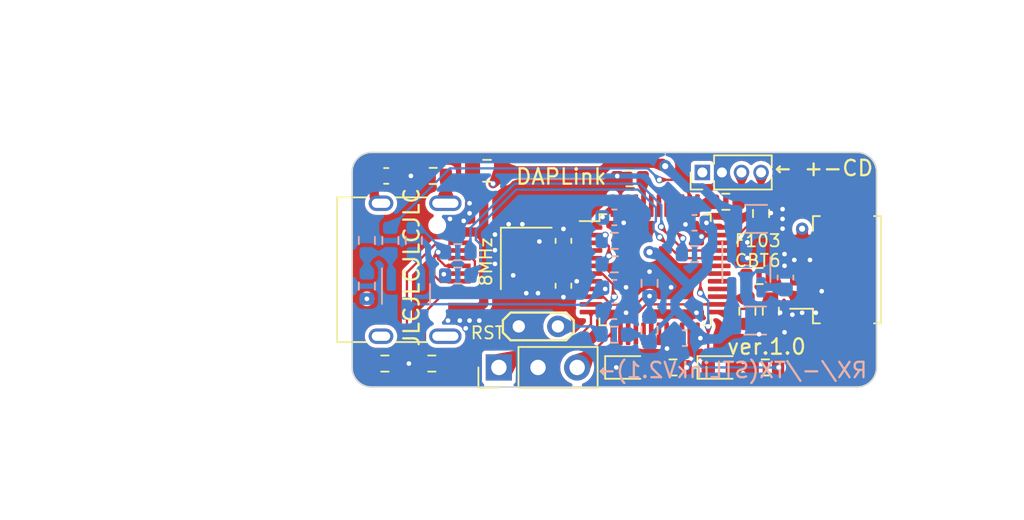
<source format=kicad_pcb>
(kicad_pcb (version 20221018) (generator pcbnew)
  (layers (0 "F.Cu" signal) (1 "In1.Cu" power) (2 "In2.Cu" power) (31 "B.Cu" signal) (34 "B.Paste" user) (35 "F.Paste" user) (36 "B.SilkS" user "B.Silkscreen") (37 "F.SilkS" user "F.Silkscreen") (38 "B.Mask" user) (39 "F.Mask" user) (44 "Edge.Cuts" user))
  (net 0 "")
  (net 1 "+5V")
  (net 2 "GND")
  (net 3 "+3V3")
  (net 4 "Net-(U2-BP)")
  (net 5 "Net-(U1-PD1)")
  (net 6 "Net-(U1-PD0)")
  (net 7 "Net-(U1-NRST)")
  (net 8 "Net-(J2-SHIELD)")
  (net 9 "Net-(D1-A)")
  (net 10 "/LED_STLINK")
  (net 11 "Net-(D2-A)")
  (net 12 "/T_TXD")
  (net 13 "/T_RXD")
  (net 14 "Net-(F1-Pad1)")
  (net 15 "/ST_SWCLK")
  (net 16 "/ST_SWDIO")
  (net 17 "Net-(J2-CC1)")
  (net 18 "Net-(J2-D+-PadA6)")
  (net 19 "Net-(J2-D--PadA7)")
  (net 21 "Net-(J2-CC2)")
  (net 23 "Net-(J4-Pin_1)")
  (net 24 "Net-(J4-Pin_2)")
  (net 25 "Net-(Q1-B)")
  (net 26 "Net-(Q1-E)")
  (net 27 "Net-(U1-PC13)")
  (net 28 "Net-(U1-PC14)")
  (net 29 "/AIN")
  (net 30 "Net-(U1-BOOT0)")
  (net 31 "Net-(U1-PB3)")
  (net 32 "/T_SWDIO_IN")
  (net 33 "/T_JTMS_SWDIO")
  (net 34 "/STL_USB_DM")
  (net 35 "/STL_USB_DP")
  (net 36 "/USB RENUMn")
  (net 37 "Net-(U1-PA13)")
  (net 38 "Net-(U1-PA14)")
  (net 39 "/T_JTCK_SWCLK")
  (net 45 "/T_NRST ")
  (footprint "Resistor_SMD:R_0603_1608Metric" (layer "F.Cu") (at 162.433 82.9595)
    (fp_text reference "R6" hide)
    (fp_text value "10K")
  )
  (footprint "Connector_PinHeader_1.27mm:PinHeader_1x04_P1.27mm_Vertical" (layer "F.Cu") (at 167.132 82.5785 90)
    (fp_text reference "J1" hide)
    (fp_text value "Pin_SWD_FIRMWARE")
  )
  (footprint "Capacitor_SMD:C_0603_1608Metric" (layer "F.Cu") (at 158.115 89.9445 -90)
    (fp_text reference "C4" hide)
    (fp_text value "12pF")
  )
  (footprint "Resistor_SMD:R_0603_1608Metric" (layer "F.Cu") (at 170.815 89.3095)
    (fp_text reference "R25" hide)
    (fp_text value "33R")
  )
  (footprint "Fuse:Fuse_0805_2012Metric" (layer "F.Cu") (at 153.153 82.4725)
    (fp_text reference "F1" hide)
    (fp_text value "Fuse 500mA")
  )
  (footprint "Resistor_SMD:R_0603_1608Metric" (layer "F.Cu") (at 149.658 82.804 180)
    (fp_text reference "R13" hide)
    (fp_text value "100K")
  )
  (footprint "LED_SMD:LED_0603_1608Metric" (layer "F.Cu") (at 162.306 95.25)
    (fp_text reference "D1" hide)
    (fp_text value "LED")
  )
  (footprint "Resistor_SMD:R_0603_1608Metric" (layer "F.Cu") (at 171.577 91.5955 -90)
    (fp_text reference "R24" hide)
    (fp_text value "33R")
  )
  (footprint "Connector_Molex:Molex_PicoBlade_53261-0471_1x04-1MP_P1.25mm_Horizontal" (layer "F.Cu") (at 176.022 88.9 90)
    (fp_text reference "J4" hide)
    (fp_text value "Conn_SWD")
  )
  (footprint "LED_SMD:LED_0603_1608Metric" (layer "F.Cu") (at 168.3005 95.25)
    (fp_text reference "D2" hide)
    (fp_text value "LED")
  )
  (footprint "Connector_PinHeader_2.54mm:PinHeader_1x03_P2.54mm_Vertical" (layer "F.Cu") (at 153.924 95.25 90)
    (fp_text reference "J5" hide)
    (fp_text value "Conn_UART")
  )
  (footprint "Resistor_SMD:R_0603_1608Metric" (layer "F.Cu") (at 165.227 95.25)
    (fp_text reference "R18" hide)
    (fp_text value "1K")
  )
  (footprint "Crystal:Crystal_SMD_3225-4Pin_3.2x2.5mm" (layer "F.Cu") (at 155.702 88.1665 -90)
    (fp_text reference "Y1" hide)
    (fp_text value "Crystal_GND24")
  )
  (footprint "Capacitor_SMD:C_0603_1608Metric" (layer "F.Cu") (at 158.115 87.0235 90)
    (fp_text reference "C5" hide)
    (fp_text value "12pF")
  )
  (footprint "TestPoint:TestPoint_2Pads_Pitch2.54mm_Drill0.8mm" (layer "F.Cu") (at 155.214 92.583)
    (fp_text reference "TP1" hide)
    (fp_text value "TestPoint_2Pole")
  )
  (footprint "Resistor_SMD:R_0603_1608Metric" (layer "F.Cu") (at 170.053 91.5955 90)
    (fp_text reference "R8" hide)
    (fp_text value "100R")
  )
  (footprint "Resistor_SMD:R_0603_1608Metric" (layer "F.Cu") (at 168.656 84.4835)
    (fp_text reference "R23" hide)
    (fp_text value "33R")
  )
  (footprint "Connector_USB:USB_C_Receptacle_HRO_TYPE-C-31-M-12" (layer "F.Cu") (at 147.32 88.9 -90)
    (fp_text reference "J2" hide)
    (fp_text value "USB_C_Receptacle_USB2.0")
  )
  (footprint "Package_QFP:LQFP-48_7x7mm_P0.5mm" (layer "F.Cu") (at 164.064 88.9)
    (fp_text reference "U1" hide)
    (fp_text value "STM32F103CBTx")
  )
  (footprint "Resistor_SMD:R_0603_1608Metric" (layer "F.Cu") (at 171.2215 95.25)
    (fp_text reference "R19" hide)
    (fp_text value "1K")
  )
  (footprint "Resistor_SMD:R_0603_1608Metric" (layer "F.Cu") (at 146.522 94.996)
    (fp_text reference "R9" hide)
    (fp_text value "5.1K")
  )
  (footprint "Resistor_SMD:R_0603_1608Metric" (layer "F.Cu") (at 170.942 85.2455 90)
    (fp_text reference "R22" hide)
    (fp_text value "33R")
  )
  (footprint "Resistor_SMD:R_0603_1608Metric" (layer "F.Cu") (at 149.57 94.996 180)
    (fp_text reference "R10" hide)
    (fp_text value "5.1K")
  )
  (footprint "Capacitor_SMD:C_0603_1608Metric" (layer "F.Cu") (at 146.61 82.804)
    (fp_text reference "C11" hide)
    (fp_text value "10nF")
  )
  (footprint "Resistor_SMD:R_0603_1608Metric" (layer "B.Cu") (at 145.354 89.9645 90)
    (fp_text reference "R15" hide)
    (fp_text value "10K")
  )
  (footprint "Capacitor_SMD:C_0603_1608Metric" (layer "B.Cu") (at 166.624 85.852 180)
    (fp_text reference "C8" hide)
    (fp_text value "100nF")
  )
  (footprint "Resistor_SMD:R_0603_1608Metric" (layer "B.Cu") (at 163.7045 89.78825 90)
    (fp_text reference "R5" hide)
    (fp_text value "4.7K")
  )
  (footprint "Capacitor_SMD:C_1206_3216Metric" (layer "B.Cu") (at 170.561 92.202)
    (fp_text reference "C2" hide)
    (fp_text value "2.2uF")
  )
  (footprint "Capacitor_SMD:C_0603_1608Metric" (layer "B.Cu") (at 172.527 89.408 90)
    (fp_text reference "C3" hide)
    (fp_text value "10nF")
  )
  (footprint "Resistor_SMD:R_0603_1608Metric" (layer "B.Cu") (at 148.402 87 -90)
    (fp_text reference "R14" hide)
    (fp_text value "1.5K")
  )
  (footprint "Capacitor_SMD:C_0603_1608Metric" (layer "B.Cu") (at 161.417 90.0715)
    (fp_text reference "C10" hide)
    (fp_text value "100nF")
  )
  (footprint "Package_TO_SOT_SMD:SOT-23-5" (layer "B.Cu") (at 169.987 88.9 -90)
    (fp_text reference "U2" hide)
    (fp_text value "RS3236-3.3")
  )
  (footprint "Capacitor_SMD:C_0603_1608Metric" (layer "B.Cu") (at 161.417 91.5955)
    (fp_text reference "C6" hide)
    (fp_text value "100nF")
  )
  (footprint "Resistor_SMD:R_0603_1608Metric" (layer "B.Cu") (at 161.417 87.0235)
    (fp_text reference "R1" hide)
    (fp_text value "10K")
  )
  (footprint "Resistor_SMD:R_0603_1608Metric" (layer "B.Cu") (at 161.417 93.1195 180)
    (fp_text reference "R3" hide)
    (fp_text value "100K")
  )
  (footprint "Capacitor_SMD:C_0603_1608Metric" (layer "B.Cu") (at 165.989 93.345 180)
    (fp_text reference "C9" hide)
    (fp_text value "100nF")
  )
  (footprint "Resistor_SMD:R_0603_1608Metric" (layer "B.Cu") (at 166.624 87.884 180)
    (fp_text reference "R7" hide)
    (fp_text value "4.7K")
  )
  (footprint "Resistor_SMD:R_0603_1608Metric" (layer "B.Cu") (at 161.417 88.5475)
    (fp_text reference "R2" hide)
    (fp_text value "10K")
  )
  (footprint "Capacitor_SMD:C_1206_3216Metric" (layer "B.Cu") (at 170.622 85.598)
    (fp_text reference "C1" hide)
    (fp_text value "2.2uF")
  )
  (footprint "Capacitor_SMD:C_0603_1608Metric" (layer "B.Cu") (at 161.417 85.4995)
    (fp_text reference "C7" hide)
    (fp_text value "100nF")
  )
  (footprint "Resistor_SMD:R_0603_1608Metric" (layer "B.Cu") (at 145.354 87 90)
    (fp_text reference "R16" hide)
    (fp_text value "36K")
  )
  (footprint "Resistor_SMD:R_0603_1608Metric" (layer "B.Cu") (at 163.703 92.83625 90)
    (fp_text reference "R4" hide)
    (fp_text value "4.7K")
  )
  (footprint "Resistor_SMD:R_0603_1608Metric" (layer "B.Cu") (at 151.257 87.757)
    (fp_text reference "R12" hide)
    (fp_text value "10R")
  )
  (footprint "Package_TO_SOT_SMD:SOT-23" (layer "B.Cu") (at 147.894 90.4725 -90)
    (fp_text reference "Q1" hide)
    (fp_text value "S8050-SOT23")
  )
  (footprint "Resistor_SMD:R_0603_1608Metric" (layer "B.Cu") (at 146.878 87 90)
    (fp_text reference "R17" hide)
    (fp_text value "100R")
  )
  (footprint "Resistor_SMD:R_0603_1608Metric" (layer "B.Cu") (at 151.257 89.281)
    (fp_text reference "R11" hide)
    (fp_text value "10R")
  )
  (gr_line (start 144.399 95.25) (end 144.399 82.55) (stroke (width 0.1)) (layer "Edge.Cuts"))
  (gr_arc (start 178.435 95.25) (mid 178.063026 96.148026) (end 177.165 96.52) (stroke (width 0.1)) (layer "Edge.Cuts"))
  (gr_arc (start 177.165 81.28) (mid 178.063026 81.651974) (end 178.435 82.55) (stroke (width 0.1)) (layer "Edge.Cuts"))
  (gr_line (start 177.165 96.52) (end 145.669 96.52) (stroke (width 0.1)) (layer "Edge.Cuts"))
  (gr_arc (start 144.399 82.55) (mid 144.770974 81.651974) (end 145.669 81.28) (stroke (width 0.1)) (layer "Edge.Cuts"))
  (gr_line (start 145.669 81.28) (end 177.165 81.28) (stroke (width 0.1)) (layer "Edge.Cuts"))
  (gr_arc (start 145.669 96.52) (mid 144.770974 96.148026) (end 144.399 95.25) (stroke (width 0.1)) (layer "Edge.Cuts"))
  (gr_line (start 178.435 82.55) (end 178.435 95.25) (stroke (width 0.1)) (layer "Edge.Cuts"))
  (gr_text "RX/-/TX(STLinkV2.1)→" (at 177.927 96.012) (layer "B.SilkS") (effects (font (size 1 1)) (justify left bottom mirror)))
  (gr_text "F103\nCBT6" (at 169.164 88.773) (layer "F.SilkS") (effects (font (size 0.8 0.8) (thickness 0.12)) (justify left bottom)))
  (gr_text "RST" (at 152.019 93.472) (layer "F.SilkS") (effects (font (size 0.8 0.8) (thickness 0.12)) (justify left bottom)))
  (gr_text "8MHz" (at 153.543 90.043 90) (layer "F.SilkS") (effects (font (size 0.8 0.8) (thickness 0.12)) (justify left bottom)))
  (gr_text "DAPLink" (at 154.94 83.439) (layer "F.SilkS") (effects (font (size 1 1)) (justify left bottom)))
  (gr_text "← +-CD" (at 171.637 82.88603) (layer "F.SilkS") (effects (font (size 1 1)) (justify left bottom)))
  (gr_text "JLCJLCJLCJLC" (at 148.844 93.98 90) (layer "F.SilkS") (effects (font (size 1 1)) (justify left bottom)))
  (gr_text "ver.1.0" (at 168.656 94.488) (layer "F.SilkS") (effects (font (size 1 1)) (justify left bottom)))
  (segment (start 161.118051 81.9845) (end 160.630051 82.4725) (width 0.6) (layer "F.Cu") (net 1))
  (segment (start 154.0905 82.4725) (end 154.0905 82.7645) (width 0.6) (layer "F.Cu") (net 1))
  (segment (start 160.630051 82.4725) (end 154.0905 82.4725) (width 0.6) (layer "F.Cu") (net 1))
  (segment (start 164.719 82.169) (end 164.5345 81.9845) (width 0.6) (layer "F.Cu") (net 1))
  (segment (start 154.0905 82.7645) (end 153.543 83.312) (width 0.6) (layer "F.Cu") (net 1))
  (segment (start 164.5345 81.9845) (end 161.118051 81.9845) (width 0.6) (layer "F.Cu") (net 1))
  (via (at 153.543 83.312) (size 0.45) (drill 0.3) (layers "F.Cu" "B.Cu") (net 1))
  (via (at 164.719 82.169) (size 0.8) (drill 0.4) (layers "F.Cu" "B.Cu") (net 1))
  (via (at 145.354 90.7895) (size 0.45) (drill 0.3) (layers "F.Cu" "B.Cu") (net 1))
  (segment (start 169.037 85.708) (end 169.147 85.598) (width 0.6) (layer "B.Cu") (net 1))
  (segment (start 170.313041 88.7) (end 169.345 88.7) (width 0.15) (layer "B.Cu") (net 1))
  (segment (start 166.1285 83.5785) (end 164.719 82.169) (width 0.6) (layer "B.Cu") (net 1))
  (segment (start 167.1275 83.5785) (end 166.1285 83.5785) (width 0.6) (layer "B.Cu") (net 1))
  (segment (start 169.037 87.7625) (end 169.037 85.708) (width 0.6) (layer "B.Cu") (net 1))
  (segment (start 169.037 88.392) (end 169.037 87.7625) (width 0.15) (layer "B.Cu") (net 1))
  (segment (start 169.345 88.7) (end 169.037 88.392) (width 0.15) (layer "B.Cu") (net 1))
  (segment (start 170.937 88.076041) (end 170.313041 88.7) (width 0.15) (layer "B.Cu") (net 1))
  (segment (start 169.147 85.598) (end 167.1275 83.5785) (width 0.6) (layer "B.Cu") (net 1))
  (segment (start 170.937 87.7625) (end 170.937 88.076041) (width 0.15) (layer "B.Cu") (net 1))
  (segment (start 148.082 94.996) (end 148.745 94.996) (width 0.15) (layer "F.Cu") (net 2))
  (segment (start 167.07361 86.743696) (end 167.167306 86.65) (width 0.3) (layer "F.Cu") (net 2))
  (segment (start 147.385 82.804) (end 148.209 82.804) (width 0.15) (layer "F.Cu") (net 2))
  (segment (start 159.9015 89.65) (end 158.976559 89.65) (width 0.3) (layer "F.Cu") (net 2))
  (segment (start 167.167306 86.65) (end 168.2265 86.65) (width 0.3) (layer "F.Cu") (net 2))
  (segment (start 162.025659 85.851648) (end 161.814 85.639989) (width 0.3) (layer "F.Cu") (net 2))
  (segment (start 147.347 94.996) (end 148.082 94.996) (width 0.15) (layer "F.Cu") (net 2))
  (segment (start 152.019 84.582) (end 152.019 85.269) (width 0.6) (layer "F.Cu") (net 2))
  (segment (start 161.814 85.639989) (end 161.814 84.7375) (width 0.3) (layer "F.Cu") (net 2))
  (segment (start 148.209 82.804) (end 148.833 82.804) (width 0.15) (layer "F.Cu") (net 2))
  (segment (start 152.019 85.269) (end 151.638 85.65) (width 0.6) (layer "F.Cu") (net 2))
  (via (at 148.082 94.996) (size 0.45) (drill 0.3) (layers "F.Cu" "B.Cu") (net 2))
  (via (at 163.703 89.027) (size 0.45) (drill 0.3) (layers "F.Cu" "B.Cu") (net 2))
  (via (at 161.544 95.25) (size 0.45) (drill 0.3) (layers "F.Cu" "B.Cu") (net 2))
  (via (at 156.464 90.424) (size 0.45) (drill 0.3) (layers "F.Cu" "B.Cu") (net 2))
  (via (at 172.466 88.646) (size 0.45) (drill 0.3) (layers "F.Cu" "B.Cu") (net 2))
  (via (at 172.339 84.963) (size 0.45) (drill 0.3) (layers "F.Cu" "B.Cu") (net 2))
  (via (at 170.053 88.138) (size 0.45) (drill 0.3) (layers "F.Cu" "B.Cu") (net 2))
  (via (at 166.751 91.694) (size 0.45) (drill 0.3) (layers "F.Cu" "B.Cu") (net 2))
  (via (at 162.179 90.043) (size 0.45) (drill 0.3) (layers "F.Cu" "B.Cu") (net 2))
  (via (at 172.339 85.598) (size 0.45) (drill 0.3) (layers "F.Cu" "B.Cu") (net 2))
  (via (at 158.115 86.2485) (size 0.45) (drill 0.3) (layers "F.Cu" "B.Cu") (net 2))
  (via (at 152.019 92.202) (size 0.45) (drill 0.3) (layers "F.Cu" "B.Cu") (net 2))
  (via (at 148.209 82.804) (size 0.45) (drill 0.3) (layers "F.Cu" "B.Cu") (net 2))
  (via (at 150.749 85.598) (size 0.45) (drill 0.3) (layers "F.Cu" "B.Cu") (net 2))
  (via (at 165.1 90.043) (size 0.45) (drill 0.3) (layers "F.Cu" "B.Cu") (net 2))
  (via (at 173.101 88.265) (size 0.45) (drill 0.3) (layers "F.Cu" "B.Cu") (net 2))
  (via (at 150.622 92.202) (size 0.45) (drill 0.3) (layers "F.Cu" "B.Cu") (net 2))
  (via (at 162.025659 85.851648) (size 0.45) (drill 0.3) (layers "F.Cu" "B.Cu") (net 2))
  (via (at 167.07361 86.743696) (size 0.45) (drill 0.3) (layers "F.Cu" "B.Cu") (net 2))
  (via (at 172.339 86.233) (size 0.45) (drill 0.3) (layers "F.Cu" "B.Cu") (net 2))
  (via (at 151.638 85.725) (size 0.45) (drill 0.3) (layers "F.Cu" "B.Cu") (net 2))
  (via (at 152.019 84.582) (size 0.45) (drill 0.3) (layers "F.Cu" "B.Cu") (net 2))
  (via (at 158.976559 89.65) (size 0.45) (drill 0.3) (layers "F.Cu" "B.Cu") (net 2))
  (via (at 174.498 91.694) (size 0.45) (drill 0.3) (layers "F.Cu" "B.Cu") (net 2))
  (via (at 172.178903 91.688395) (size 0.45) (drill 0.3) (layers "F.Cu" "B.Cu") (net 2))
  (via (at 154.852 89.2665) (size 0.45) (drill 0.3) (layers "F.Cu" "B.Cu") (net 2))
  (via (at 172.974 91.821) (size 0.45) (drill 0.3) (layers "F.Cu" "B.Cu") (net 2))
  (via (at 153.67 88.519) (size 0.45) (drill 0.3) (layers "F.Cu" "B.Cu") (net 2))
  (via (at 170.815 93.091) (size 0.45) (drill 0.3) (layers "F.Cu" "B.Cu") (net 2))
  (via (at 173.609 91.694) (size 0.45) (drill 0.3) (layers "F.Cu" "B.Cu") (net 2))
  (via (at 155.448 85.941998) (size 0.45) (drill 0.3) (layers "F.Cu" "B.Cu") (net 2))
  (via (at 161.608 82.8125) (size 0.45) (drill 0.3) (layers "F.Cu" "B.Cu") (net 2))
  (via (at 156.552 87.0665) (size 0.45) (drill 0.3) (layers "F.Cu" "B.Cu") (net 2))
  (via (at 158.115 90.678) (size 0.45) (drill 0.3) (layers "F.Cu" "B.Cu") (net 2))
  (via (at 153.67 87.63) (size 0.45) (drill 0.3) (layers "F.Cu" "B.Cu") (net 2))
  (via (at 151.769231 92.707179) (size 0.45) (drill 0.3) (layers "F.Cu" "B.Cu") (net 2))
  (via (at 174.117 88.265) (size 0.45) (drill 0.3) (layers "F.Cu" "B.Cu") (net 2))
  (via (at 170.053 87.122) (size 0.45) (drill 0.3) (layers "F.Cu" "B.Cu") (net 2))
  (via (at 171.577 85.217) (size 0.45) (drill 0.3) (layers "F.Cu" "B.Cu") (net 2))
  (via (at 162.179 91.694) (size 0.45) (drill 0.3) (layers "F.Cu" "B.Cu") (net 2))
  (via (at 154.559 85.941998) (size 0.45) (drill 0.3) (layers "F.Cu" "B.Cu") (net 2))
  (via (at 172.466 87.884) (size 0.45) (drill 0.3) (layers "F.Cu" "B.Cu") (net 2))
  (via (at 151.384 92.202) (size 0.45) (drill 0.3) (layers "F.Cu" "B.Cu") (net 2))
  (via (at 152.654 92.202) (size 0.45) (drill 0.3) (layers "F.Cu" "B.Cu") (net 2))
  (via (at 164.836351 94.020592) (size 0.45) (drill 0.3) (layers "F.Cu" "B.Cu") (net 2))
  (via (at 155.702 90.424) (size 0.45) (drill 0.3) (layers "F.Cu" "B.Cu") (net 2))
  (via (at 172.466 92.964) (size 0.45) (drill 0.3) (layers "F.Cu" "B.Cu") (net 2))
  (via (at 153.67 86.614) (size 0.45) (drill 0.3) (layers "F.Cu" "B.Cu") (net 2))
  (via (at 152.019 85.231503) (size 0.45) (drill 0.3) (layers "F.Cu" "B.Cu") (net 2))
  (via (at 174.879 90.297) (size 0.45) (drill 0.3) (layers "F.Cu" "B.Cu") (net 2))
  (via (at 166.035688 85.954687) (size 0.45) (drill 0.3) (layers "F.Cu" "B.Cu") (net 2))
  (segment (start 166.116 85.852) (end 165.849 85.852) (width 0.15) (layer "B.Cu") (net 2))
  (segment (start 167.647 86.1) (end 168.275 86.1) (width 0.4) (layer "F.Cu") (net 3))
  (segment (start 167.399 85.852) (end 167.647 86.1) (width 0.4) (layer "F.Cu") (net 3))
  (segment (start 160.655 85.471) (end 161.264 84.862) (width 0.4) (layer "F.Cu") (net 3))
  (segment (start 173.622 86.246) (end 173.609 86.233) (width 0.6) (layer "F.Cu") (net 3))
  (segment (start 160.655 85.471) (end 160.026 86.1) (width 0.4) (layer "F.Cu") (net 3))
  (segment (start 173.622 87.025) (end 173.622 86.246) (width 0.6) (layer "F.Cu") (net 3))
  (via (at 160.826441 90.15) (size 0.45) (drill 0.3) (layers "F.Cu" "B.Cu") (net 3))
  (via (at 172.085 95.25) (size 0.45) (drill 0.3) (layers "F.Cu" "B.Cu") (net 3))
  (via (at 167.399 85.852) (size 0.45) (drill 0.3) (layers "F.Cu" "B.Cu") (net 3))
  (via (at 166.116 95.25) (size 0.45) (drill 0.3) (layers "F.Cu" "B.Cu") (net 3))
  (via (at 173.609 86.233) (size 0.8) (drill 0.4) (layers "F.Cu" "B.Cu") (net 3))
  (via (at 163.703 87.757) (size 0.8) (drill 0.4) (layers "F.Cu" "B.Cu") (net 3))
  (via (at 167.005 93.345) (size 0.45) (drill 0.3) (layers "F.Cu" "B.Cu") (net 3))
  (via (at 160.655 85.471) (size 0.45) (drill 0.3) (layers "F.Cu" "B.Cu") (net 3))
  (segment (start 169.086 92.534) (end 168.2205 93.3995) (width 0.6) (layer "B.Cu") (net 3))
  (segment (start 163.16125 93.1195) (end 163.703 93.66125) (width 0.3) (layer "B.Cu") (net 3))
  (segment (start 166.624 94.742) (end 167.132 95.25) (width 0.15) (layer "B.Cu") (net 3))
  (segment (start 164.084 87.757) (end 166.243 89.916) (width 0.6) (layer "B.Cu") (net 3))
  (segment (start 169.086 92.202) (end 169.086 92.534) (width 0.6) (layer "B.Cu") (net 3))
  (segment (start 166.624 93.3995) (end 166.624 94.742) (width 0.15) (layer "B.Cu") (net 3))
  (segment (start 169.037 90.0375) (end 169.037 92.153) (width 0.6) (layer "B.Cu") (net 3))
  (segment (start 167.132 95.25) (end 172.085 95.25) (width 0.15) (layer "B.Cu") (net 3))
  (segment (start 157.853 91.178) (end 159.5355 91.178) (width 0.15) (layer "B.Cu") (net 3))
  (segment (start 168.2205 93.3995) (end 167.767 93.3995) (width 0.6) (layer "B.Cu") (net 3))
  (segment (start 167.79861 86.25161) (end 167.399 85.852) (width 0.6) (layer "B.Cu") (net 3))
  (segment (start 166.624 94.742) (end 166.116 95.25) (width 0.15) (layer "B.Cu") (net 3))
  (segment (start 163.703 93.264067) (end 165.354 91.613067) (width 0.3) (layer "B.Cu") (net 3))
  (segment (start 169.037 92.153) (end 169.086 92.202) (width 0.6) (layer "B.Cu") (net 3))
  (segment (start 166.9505 93.3995) (end 166.624 93.3995) (width 0.6) (layer "B.Cu") (net 3))
  (segment (start 148.164 91.14) (end 157.815 91.14) (width 0.15) (layer "B.Cu") (net 3))
  (segment (start 165.354 91.449305) (end 165.354 90.932) (width 0.6) (layer "B.Cu") (net 3))
  (segment (start 167.79861 87.53439) (end 167.79861 86.25161) (width 0.6) (layer "B.Cu") (net 3))
  (segment (start 163.703 93.66125) (end 163.703 93.264067) (width 0.3) (layer "B.Cu") (net 3))
  (segment (start 147.894 91.41) (end 148.164 91.14) (width 0.15) (layer "B.Cu") (net 3))
  (segment (start 166.243 90.043) (end 167.449 88.837) (width 0.6) (layer "B.Cu") (net 3))
  (segment (start 165.354 91.613067) (end 165.354 90.932) (width 0.3) (layer "B.Cu") (net 3))
  (segment (start 157.815 91.14) (end 157.853 91.178) (width 0.15) (layer "B.Cu") (net 3))
  (segment (start 162.242 93.1195) (end 163.16125 93.1195) (width 0.3) (layer "B.Cu") (net 3))
  (segment (start 167.005 93.345) (end 166.9505 93.3995) (width 0.6) (layer "B.Cu") (net 3))
  (segment (start 167.304195 93.3995) (end 165.354 91.449305) (width 0.6) (layer "B.Cu") (net 3))
  (segment (start 166.243 89.916) (end 166.243 90.043) (width 0.6) (layer "B.Cu") (net 3))
  (segment (start 167.0595 93.3995) (end 167.005 93.345) (width 0.6) (layer "B.Cu") (net 3))
  (segment (start 167.767 93.3995) (end 167.0595 93.3995) (width 0.6) (layer "B.Cu") (net 3))
  (segment (start 167.767 93.3995) (end 167.304195 93.3995) (width 0.6) (layer "B.Cu") (net 3))
  (segment (start 163.703 87.757) (end 164.084 87.757) (width 0.6) (layer "B.Cu") (net 3))
  (segment (start 167.449 87.884) (end 167.79861 87.53439) (width 0.6) (layer "B.Cu") (net 3))
  (segment (start 167.449 88.837) (end 167.449 87.884) (width 0.6) (layer "B.Cu") (net 3))
  (segment (start 159.5355 91.178) (end 160.642 90.0715) (width 0.15) (layer "B.Cu") (net 3))
  (segment (start 165.354 90.932) (end 166.243 90.043) (width 0.6) (layer "B.Cu") (net 3))
  (segment (start 170.937 90.0375) (end 172.3815 90.0375) (width 0.5) (layer "B.Cu") (net 4))
  (segment (start 172.3815 90.0375) (end 172.527 90.183) (width 0.5) (layer "B.Cu") (net 4))
  (segment (start 157.5915 88.646) (end 158.115 89.1695) (width 0.15) (layer "F.Cu") (net 5))
  (segment (start 156.552 89.2665) (end 157.1725 88.646) (width 0.15) (layer "F.Cu") (net 5))
  (segment (start 158.6345 88.65) (end 159.9015 88.65) (width 0.15) (layer "F.Cu") (net 5))
  (segment (start 158.115 89.1695) (end 158.6345 88.65) (width 0.15) (layer "F.Cu") (net 5))
  (segment (start 157.1725 88.646) (end 157.5915 88.646) (width 0.15) (layer "F.Cu") (net 5))
  (segment (start 158.115 87.7985) (end 158.6165 88.3) (width 0.15) (layer "F.Cu") (net 6))
  (segment (start 158.6165 88.3) (end 159.019025 88.3) (width 0.15) (layer "F.Cu") (net 6))
  (segment (start 154.852 87.0665) (end 156.077 88.2915) (width 0.15) (layer "F.Cu") (net 6))
  (segment (start 156.077 88.2915) (end 157.622 88.2915) (width 0.15) (layer "F.Cu") (net 6))
  (segment (start 159.019025 88.3) (end 159.169025 88.15) (width 0.15) (layer "F.Cu") (net 6))
  (segment (start 159.169025 88.15) (end 159.9015 88.15) (width 0.15) (layer "F.Cu") (net 6))
  (segment (start 157.622 88.2915) (end 158.115 87.7985) (width 0.15) (layer "F.Cu") (net 6))
  (segment (start 161.326441 90.576413) (end 161.326441 89.842466) (width 0.15) (layer "F.Cu") (net 7))
  (segment (start 160.633975 89.15) (end 159.9015 89.15) (width 0.15) (layer "F.Cu") (net 7))
  (segment (start 161.326441 89.842466) (end 160.633975 89.15) (width 0.15) (layer "F.Cu") (net 7))
  (segment (start 161.417 90.666972) (end 161.326441 90.576413) (width 0.15) (layer "F.Cu") (net 7))
  (via (at 161.417 90.666972) (size 0.45) (drill 0.3) (layers "F.Cu" "B.Cu") (net 7))
  (segment (start 160.0555 92.583) (end 160.592 93.1195) (width 0.15) (layer "B.Cu") (net 7))
  (segment (start 160.592 93.1195) (end 160.592 91.6455) (width 0.15) (layer "B.Cu") (net 7))
  (segment (start 161.417 90.666972) (end 161.417 90.8205) (width 0.15) (layer "B.Cu") (net 7))
  (segment (start 161.417 90.8205) (end 160.642 91.5955) (width 0.15) (layer "B.Cu") (net 7))
  (segment (start 160.592 91.6455) (end 160.642 91.5955) (width 0.15) (layer "B.Cu") (net 7))
  (segment (start 157.754 92.583) (end 160.0555 92.583) (width 0.15) (layer "B.Cu") (net 7))
  (segment (start 145.835 82.804) (end 145.835 84.145) (width 0.6) (layer "F.Cu") (net 8))
  (segment (start 150.483 84.547) (end 150.45 84.58) (width 0.6) (layer "F.Cu") (net 8))
  (segment (start 150.483 82.804) (end 150.483 84.547) (width 0.6) (layer "F.Cu") (net 8))
  (segment (start 145.835 84.145) (end 146.27 84.58) (width 0.6) (layer "F.Cu") (net 8))
  (segment (start 164.402 95.25) (end 163.0935 95.25) (width 0.15) (layer "F.Cu") (net 9))
  (segment (start 167.005 89.639025) (end 167.494025 89.15) (width 0.15) (layer "F.Cu") (net 10))
  (segment (start 167.005 90.424) (end 167.005 89.639025) (width 0.15) (layer "F.Cu") (net 10))
  (segment (start 167.513 92.583) (end 167.513 95.25) (width 0.15) (layer "F.Cu") (net 10))
  (segment (start 167.494025 89.15) (end 168.2265 89.15) (width 0.15) (layer "F.Cu") (net 10))
  (via (at 167.005 90.424) (size 0.45) (drill 0.3) (layers "F.Cu" "B.Cu") (net 10))
  (via (at 167.513 92.583) (size 0.45) (drill 0.3) (layers "F.Cu" "B.Cu") (net 10))
  (segment (start 167.513 90.932) (end 167.513 92.583) (width 0.15) (layer "B.Cu") (net 10))
  (segment (start 167.005 90.424) (end 167.513 90.932) (width 0.15) (layer "B.Cu") (net 10))
  (segment (start 170.3965 95.25) (end 169.088 95.25) (width 0.15) (layer "F.Cu") (net 11))
  (segment (start 155.049 94.125) (end 153.924 95.25) (width 0.15) (layer "F.Cu") (net 12))
  (segment (start 158.224 94.125) (end 155.049 94.125) (width 0.15) (layer "F.Cu") (net 12))
  (segment (start 159.9015 92.4475) (end 158.224 94.125) (width 0.15) (layer "F.Cu") (net 12))
  (segment (start 159.9015 91.65) (end 159.9015 92.4475) (width 0.15) (layer "F.Cu") (net 12))
  (segment (start 159.004 95.25) (end 161.1915 93.0625) (width 0.15) (layer "F.Cu") (net 13))
  (segment (start 161.1915 93.0625) (end 161.314 93.0625) (width 0.15) (layer "F.Cu") (net 13))
  (segment (start 152.2155 83.6355) (end 152.2155 82.4725) (width 0.6) (layer "F.Cu") (net 14))
  (segment (start 152.94 84.36) (end 152.2155 83.6355) (width 0.6) (layer "F.Cu") (net 14))
  (segment (start 152.94 86.85) (end 152.94 84.36) (width 0.6) (layer "F.Cu") (net 14))
  (segment (start 152.94 91.1) (end 152.94 86.85) (width 0.6) (layer "F.Cu") (net 14))
  (segment (start 152.94 86.85) (end 152.54 86.45) (width 0.6) (layer "F.Cu") (net 14))
  (segment (start 151.365 91.35) (end 152.69 91.35) (width 0.6) (layer "F.Cu") (net 14))
  (segment (start 152.54 86.45) (end 151.365 86.45) (width 0.6) (layer "F.Cu") (net 14))
  (segment (start 152.69 91.35) (end 152.94 91.1) (width 0.6) (layer "F.Cu") (net 14))
  (segment (start 169.672 82.5785) (end 169.672 84.2925) (width 0.15) (layer "F.Cu") (net 15))
  (segment (start 169.672 84.2925) (end 169.481 84.4835) (width 0.15) (layer "F.Cu") (net 15))
  (segment (start 170.942 82.5785) (end 170.942 84.4205) (width 0.15) (layer "F.Cu") (net 16))
  (segment (start 147.955 89.081893) (end 149.779893 87.257) (width 0.15) (layer "F.Cu") (net 17))
  (segment (start 146.05 94.996) (end 147.955 93.091) (width 0.15) (layer "F.Cu") (net 17))
  (segment (start 145.697 94.996) (end 146.05 94.996) (width 0.15) (layer "F.Cu") (net 17))
  (segment (start 147.955 93.091) (end 147.955 89.081893) (width 0.15) (layer "F.Cu") (net 17))
  (segment (start 150.587107 87.65) (end 151.365 87.65) (width 0.15) (layer "F.Cu") (net 17))
  (segment (start 150.194107 87.257) (end 150.587107 87.65) (width 0.15) (layer "F.Cu") (net 17))
  (segment (start 149.779893 87.257) (end 150.194107 87.257) (width 0.15) (layer "F.Cu") (net 17))
  (segment (start 150.140555 89.692201) (end 151.322799 89.692201) (width 0.15) (layer "F.Cu") (net 18))
  (segment (start 149.987 87.757) (end 149.733 88.011) (width 0.15) (layer "F.Cu") (net 18))
  (segment (start 149.733 89.284646) (end 150.140555 89.692201) (width 0.15) (layer "F.Cu") (net 18))
  (segment (start 151.322799 89.692201) (end 151.365 89.65) (width 0.15) (layer "F.Cu") (net 18))
  (segment (start 149.987 88.197) (end 150.44 88.65) (width 0.15) (layer "F.Cu") (net 18))
  (segment (start 150.44 88.65) (end 151.365 88.65) (width 0.15) (layer "F.Cu") (net 18))
  (segment (start 149.733 88.011) (end 149.733 89.284646) (width 0.15) (layer "F.Cu") (net 18))
  (segment (start 149.987 87.757) (end 149.987 88.197) (width 0.15) (layer "F.Cu") (net 18))
  (via (at 149.987 87.757) (size 0.45) (drill 0.3) (layers "F.Cu" "B.Cu") (net 18))
  (segment (start 148.402 86.175) (end 148.85 86.175) (width 0.15) (layer "B.Cu") (net 18))
  (segment (start 148.85 86.175) (end 150.432 87.757) (width 0.15) (layer "B.Cu") (net 18))
  (segment (start 149.987 87.757) (end 150.432 87.757) (width 0.15) (layer "B.Cu") (net 18))
  (segment (start 151.365 88.15) (end 152.175 88.15) (width 0.15) (layer "F.Cu") (net 19))
  (segment (start 150.389863 89.15) (end 150.347662 89.192201) (width 0.15) (layer "F.Cu") (net 19))
  (segment (start 152.365 88.34) (end 152.365 88.935) (width 0.15) (layer "F.Cu") (net 19))
  (segment (start 152.15 89.15) (end 151.365 89.15) (width 0.15) (layer "F.Cu") (net 19))
  (segment (start 152.365 88.935) (end 152.15 89.15) (width 0.15) (layer "F.Cu") (net 19))
  (segment (start 151.365 89.15) (end 150.389863 89.15) (width 0.15) (layer "F.Cu") (net 19))
  (segment (start 152.175 88.15) (end 152.365 88.34) (width 0.15) (layer "F.Cu") (net 19))
  (via (at 150.347662 89.192201) (size 0.45) (drill 0.3) (layers "F.Cu" "B.Cu") (net 19))
  (segment (start 150.140761 90.65) (end 151.365 90.65) (width 0.15) (layer "F.Cu") (net 21))
  (segment (start 149.125 93.726) (end 149.125 91.665761) (width 0.15) (layer "F.Cu") (net 21))
  (segment (start 150.395 94.996) (end 149.125 93.726) (width 0.15) (layer "F.Cu") (net 21))
  (segment (start 149.125 91.665761) (end 150.140761 90.65) (width 0.15) (layer "F.Cu") (net 21))
  (segment (start 171.64 89.3095) (end 172.753 90.4225) (width 0.15) (layer "F.Cu") (net 23))
  (segment (start 172.753 90.4225) (end 173.622 90.4225) (width 0.15) (layer "F.Cu") (net 23))
  (segment (start 174.5335 92.4205) (end 175.379 91.575) (width 0.15) (layer "F.Cu") (net 24))
  (segment (start 175.379 90.035) (end 174.869 89.525) (width 0.15) (layer "F.Cu") (net 24))
  (segment (start 174.869 89.525) (end 173.622 89.525) (width 0.15) (layer "F.Cu") (net 24))
  (segment (start 171.577 92.4205) (end 174.5335 92.4205) (width 0.15) (layer "F.Cu") (net 24))
  (segment (start 175.379 91.575) (end 175.379 90.035) (width 0.15) (layer "F.Cu") (net 24))
  (segment (start 145.354 87.825) (end 146.878 87.825) (width 0.15) (layer "B.Cu") (net 25))
  (segment (start 146.878 89.469) (end 146.944 89.535) (width 0.15) (layer "B.Cu") (net 25))
  (segment (start 146.878 87.825) (end 146.878 89.469) (width 0.15) (layer "B.Cu") (net 25))
  (segment (start 145.354 87.825) (end 145.354 89.1395) (width 0.15) (layer "B.Cu") (net 25))
  (segment (start 148.844 89.535) (end 148.844 88.267) (width 0.15) (layer "B.Cu") (net 26))
  (segment (start 148.844 88.267) (end 148.402 87.825) (width 0.15) (layer "B.Cu") (net 26))
  (segment (start 160.826441 86.65) (end 159.9015 86.65) (width 0.15) (layer "F.Cu") (net 27))
  (via (at 160.826441 86.65) (size 0.45) (drill 0.3) (layers "F.Cu" "B.Cu") (net 27))
  (segment (start 160.826441 86.65) (end 160.826441 86.789059) (width 0.15) (layer "B.Cu") (net 27))
  (segment (start 160.826441 86.789059) (end 160.592 87.0235) (width 0.15) (layer "B.Cu") (net 27))
  (segment (start 161.059022 87.372629) (end 160.836393 87.15) (width 0.15) (layer "F.Cu") (net 28))
  (segment (start 160.836393 87.15) (end 159.9015 87.15) (width 0.15) (layer "F.Cu") (net 28))
  (segment (start 161.059022 88.008262) (end 161.059022 87.372629) (width 0.15) (layer "F.Cu") (net 28))
  (via (at 161.059022 88.008262) (size 0.45) (drill 0.3) (layers "F.Cu" "B.Cu") (net 28))
  (segment (start 161.059022 88.080478) (end 160.592 88.5475) (width 0.15) (layer "B.Cu") (net 28))
  (segment (start 161.059022 88.008262) (end 161.059022 88.080478) (width 0.15) (layer "B.Cu") (net 28))
  (segment (start 162.833028 91.166972) (end 163.38675 90.61325) (width 0.15) (layer "F.Cu") (net 29))
  (segment (start 163.38675 90.61325) (end 163.7045 90.61325) (width 0.15) (layer "F.Cu") (net 29))
  (segment (start 160.692921 90.65) (end 161.209893 91.166972) (width 0.15) (layer "F.Cu") (net 29))
  (segment (start 159.9015 90.65) (end 160.692921 90.65) (width 0.15) (layer "F.Cu") (net 29))
  (segment (start 161.209893 91.166972) (end 162.833028 91.166972) (width 0.15) (layer "F.Cu") (net 29))
  (via (at 163.7045 90.61325) (size 0.45) (drill 0.3) (layers "F.Cu" "B.Cu") (net 29))
  (segment (start 163.703 92.01125) (end 163.703 90.61475) (width 0.15) (layer "B.Cu") (net 29))
  (segment (start 163.314 83.0155) (end 163.314 84.7375) (width 0.3) (layer "F.Cu") (net 30))
  (segment (start 163.258 82.9595) (end 163.314 83.0155) (width 0.3) (layer "F.Cu") (net 30))
  (segment (start 165.481 86.487) (end 165.862 86.868) (width 0.15) (layer "F.Cu") (net 31))
  (segment (start 165.481 85.802975) (end 165.481 86.487) (width 0.15) (layer "F.Cu") (net 31))
  (segment (start 165.814 85.469975) (end 165.481 85.802975) (width 0.15) (layer "F.Cu") (net 31))
  (segment (start 165.814 84.7375) (end 165.814 85.469975) (width 0.15) (layer "F.Cu") (net 31))
  (via (at 165.862 86.868) (size 0.45) (drill 0.3) (layers "F.Cu" "B.Cu") (net 31))
  (segment (start 165.862 86.868) (end 165.862 87.821) (width 0.15) (layer "B.Cu") (net 31))
  (segment (start 165.862 87.821) (end 165.799 87.884) (width 0.15) (layer "B.Cu") (net 31))
  (segment (start 170.053 92.4205) (end 168.997 92.4205) (width 0.15) (layer "F.Cu") (net 32))
  (segment (start 168.997 92.4205) (end 168.2265 91.65) (width 0.15) (layer "F.Cu") (net 32))
  (segment (start 169.341 90.7705) (end 170.053 90.7705) (width 0.15) (layer "F.Cu") (net 33))
  (segment (start 169.2205 90.65) (end 169.341 90.7705) (width 0.15) (layer "F.Cu") (net 33))
  (segment (start 168.2265 90.65) (end 169.2205 90.65) (width 0.15) (layer "F.Cu") (net 33))
  (segment (start 170.053 89.3725) (end 169.99 89.3095) (width 0.15) (layer "F.Cu") (net 33))
  (segment (start 170.053 90.7705) (end 170.053 89.3725) (width 0.15) (layer "F.Cu") (net 33))
  (segment (start 165.730493 88.15) (end 164.36155 86.781057) (width 0.15) (layer "F.Cu") (net 34))
  (segment (start 168.2265 88.15) (end 165.730493 88.15) (width 0.15) (layer "F.Cu") (net 34))
  (via (at 164.36155 86.781057) (size 0.45) (drill 0.3) (layers "F.Cu" "B.Cu") (net 34))
  (segment (start 152.757 88.606) (end 152.082 89.281) (width 0.15) (layer "B.Cu") (net 34))
  (segment (start 152.757 87.285249) (end 152.757 88.606) (width 0.15) (layer "B.Cu") (net 34))
  (segment (start 162.954026 83.693) (end 155.053974 83.693) (width 0.15) (layer "B.Cu") (net 34))
  (segment (start 164.115 85.748893) (end 164.115 84.853974) (width 0.15) (layer "B.Cu") (net 34))
  (segment (start 163.965 86.313107) (end 163.965 85.898893) (width 0.15) (layer "B.Cu") (net 34))
  (segment (start 152.432 86.314974) (end 152.432 86.960249) (width 0.15) (layer "B.Cu") (net 34))
  (segment (start 164.115 84.853974) (end 162.954026 83.693) (width 0.15) (layer "B.Cu") (net 34))
  (segment (start 163.965 85.898893) (end 164.115 85.748893) (width 0.15) (layer "B.Cu") (net 34))
  (segment (start 152.432 86.960249) (end 152.757 87.285249) (width 0.15) (layer "B.Cu") (net 34))
  (segment (start 164.36155 86.709657) (end 163.965 86.313107) (width 0.15) (layer "B.Cu") (net 34))
  (segment (start 155.053974 83.693) (end 152.432 86.314974) (width 0.15) (layer "B.Cu") (net 34))
  (segment (start 164.36155 86.781057) (end 164.36155 86.709657) (width 0.15) (layer "B.Cu") (net 34))
  (segment (start 164.465 86.178107) (end 164.465 86.106) (width 0.15) (layer "F.Cu") (net 35))
  (segment (start 168.2265 87.65) (end 165.936893 87.65) (width 0.15) (layer "F.Cu") (net 35))
  (segment (start 165.936893 87.65) (end 164.465 86.178107) (width 0.15) (layer "F.Cu") (net 35))
  (via (at 164.465 86.106) (size 0.45) (drill 0.3) (layers "F.Cu" "B.Cu") (net 35))
  (segment (start 163.068 83.312) (end 154.94 83.312) (width 0.15) (layer "B.Cu") (net 35))
  (segment (start 154.94 83.312) (end 152.082 86.17) (width 0.15) (layer "B.Cu") (net 35))
  (segment (start 164.465 86.106) (end 164.465 84.709) (width 0.15) (layer "B.Cu") (net 35))
  (segment (start 152.082 86.17) (end 152.082 87.757) (width 0.15) (layer "B.Cu") (net 35))
  (segment (start 164.465 84.709) (end 163.068 83.312) (width 0.15) (layer "B.Cu") (net 35))
  (segment (start 166.314 83.998) (end 165.374 83.058) (width 0.15) (layer "F.Cu") (net 36))
  (segment (start 165.374 83.058) (end 164.338 83.058) (width 0.15) (layer "F.Cu") (net 36))
  (segment (start 166.314 84.7375) (end 166.314 83.998) (width 0.15) (layer "F.Cu") (net 36))
  (via (at 164.338 83.058) (size 0.45) (drill 0.3) (layers "F.Cu" "B.Cu") (net 36))
  (segment (start 164.338 83.058) (end 163.5925 82.3125) (width 0.15) (layer "B.Cu") (net 36))
  (segment (start 150.7405 82.3125) (end 146.878 86.175) (width 0.15) (layer "B.Cu") (net 36))
  (segment (start 163.5925 82.3125) (end 150.7405 82.3125) (width 0.15) (layer "B.Cu") (net 36))
  (segment (start 168.958975 87.15) (end 168.2265 87.15) (width 0.15) (layer "F.Cu") (net 37))
  (segment (start 170.038475 86.0705) (end 168.958975 87.15) (width 0.15) (layer "F.Cu") (net 37))
  (segment (start 170.942 86.0705) (end 170.038475 86.0705) (width 0.15) (layer "F.Cu") (net 37))
  (segment (start 167.068 84.4835) (end 166.814 84.7375) (width 0.15) (layer "F.Cu") (net 38))
  (segment (start 167.831 84.4835) (end 167.068 84.4835) (width 0.15) (layer "F.Cu") (net 38))
  (segment (start 162.314 93.0625) (end 162.314 92.330025) (width 0.15) (layer "F.Cu") (net 39))
  (segment (start 169.262 91.4455) (end 170.902 91.4455) (width 0.15) (layer "F.Cu") (net 39))
  (segment (start 168.9665 91.15) (end 169.262 91.4455) (width 0.15) (layer "F.Cu") (net 39))
  (segment (start 163.494025 91.15) (end 168.2265 91.15) (width 0.15) (layer "F.Cu") (net 39))
  (segment (start 162.314 92.330025) (end 163.494025 91.15) (width 0.15) (layer "F.Cu") (net 39))
  (segment (start 168.2265 91.15) (end 168.9665 91.15) (width 0.15) (layer "F.Cu") (net 39))
  (segment (start 170.902 91.4455) (end 171.577 90.7705) (width 0.15) (layer "F.Cu") (net 39))
  (zone (net 2) (net_name "GND") (layers "F.Cu" "In1.Cu" "In2.Cu" "B.Cu") (priority 1) (connect_pads yes (clearance 0.25)) (min_thickness 0.25) (fill yes (thermal_gap 0.5) (thermal_bridge_width 0.5))
    (polygon (pts (xy 131.572 72.644) (xy 185.801 71.374) (xy 183.769 105.156) (xy 121.539 102.489)))
  )
)
</source>
